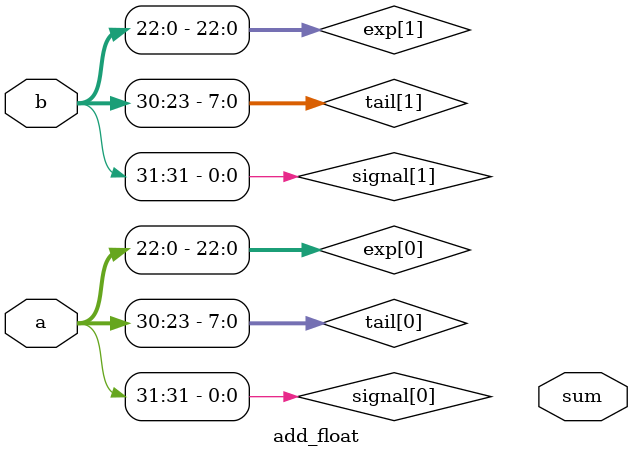
<source format=v>

module add_float(
        input [31:0] a,
        input [31:0] b,
        output reg [31:0] sum
    );
    wire signal[1:0];
    wire [7:0]tail[1:0];
    wire [22:0]exp[1:0];
    genvar i;
    generate
        assign signal[0] = a[31];
        assign signal[1] = b[31];
        for(i = 0; i < 8; i = i + 1) begin
            assign tail[0][i] = a[23 + i];
            assign tail[1][i] = b[23 + i];
        end
        for(i = 0; i < 23; i = i + 1) begin
            assign exp[0][i] = a[i];
            assign exp[1][i] = b[i];
        end
    endgenerate
endmodule

</source>
